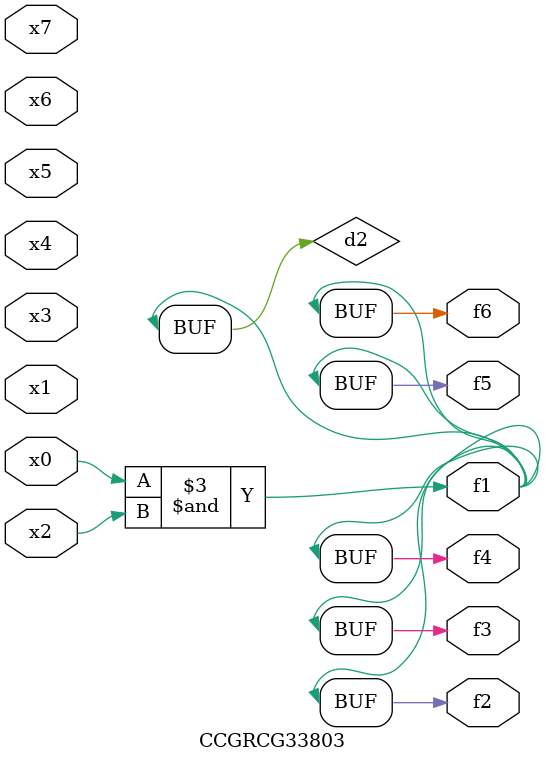
<source format=v>
module CCGRCG33803(
	input x0, x1, x2, x3, x4, x5, x6, x7,
	output f1, f2, f3, f4, f5, f6
);

	wire d1, d2;

	nor (d1, x3, x6);
	and (d2, x0, x2);
	assign f1 = d2;
	assign f2 = d2;
	assign f3 = d2;
	assign f4 = d2;
	assign f5 = d2;
	assign f6 = d2;
endmodule

</source>
